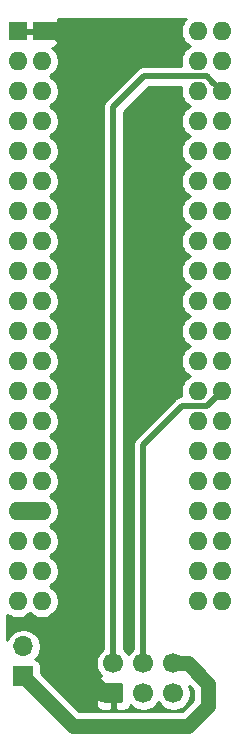
<source format=gbr>
G04 #@! TF.GenerationSoftware,KiCad,Pcbnew,5.1.5+dfsg1-2build2*
G04 #@! TF.CreationDate,2022-03-13T21:18:42-04:00*
G04 #@! TF.ProjectId,vdg_breakout,7664675f-6272-4656-916b-6f75742e6b69,rev?*
G04 #@! TF.SameCoordinates,Original*
G04 #@! TF.FileFunction,Copper,L1,Top*
G04 #@! TF.FilePolarity,Positive*
%FSLAX46Y46*%
G04 Gerber Fmt 4.6, Leading zero omitted, Abs format (unit mm)*
G04 Created by KiCad (PCBNEW 5.1.5+dfsg1-2build2) date 2022-03-13 21:18:42*
%MOMM*%
%LPD*%
G04 APERTURE LIST*
%ADD10R,1.600000X1.600000*%
%ADD11O,1.600000X1.600000*%
%ADD12C,0.100000*%
%ADD13C,1.700000*%
%ADD14R,1.700000X1.700000*%
%ADD15O,1.700000X1.700000*%
%ADD16C,0.800000*%
%ADD17C,1.500000*%
%ADD18C,0.500000*%
%ADD19C,1.250000*%
%ADD20C,0.254000*%
G04 APERTURE END LIST*
D10*
X125000001Y-60625001D03*
D11*
X140240001Y-108885001D03*
X125000001Y-63165001D03*
X140240001Y-106345001D03*
X125000001Y-65705001D03*
X140240001Y-103805001D03*
X125000001Y-68245001D03*
X140240001Y-101265001D03*
X125000001Y-70785001D03*
X140240001Y-98725001D03*
X125000001Y-73325001D03*
X140240001Y-96185001D03*
X125000001Y-75865001D03*
X140240001Y-93645001D03*
X125000001Y-78405001D03*
X140240001Y-91105001D03*
X125000001Y-80945001D03*
X140240001Y-88565001D03*
X125000001Y-83485001D03*
X140240001Y-86025001D03*
X125000001Y-86025001D03*
X140240001Y-83485001D03*
X125000001Y-88565001D03*
X140240001Y-80945001D03*
X125000001Y-91105001D03*
X140240001Y-78405001D03*
X125000001Y-93645001D03*
X140240001Y-75865001D03*
X125000001Y-96185001D03*
X140240001Y-73325001D03*
X125000001Y-98725001D03*
X140240001Y-70785001D03*
X125000001Y-101265001D03*
X140240001Y-68245001D03*
X125000001Y-103805001D03*
X140240001Y-65705001D03*
X125000001Y-106345001D03*
X140240001Y-63165001D03*
X125000001Y-108885001D03*
X140240001Y-60625001D03*
X138215000Y-60625001D03*
X122975000Y-108885001D03*
X138215000Y-63165001D03*
X122975000Y-106345001D03*
X138215000Y-65705001D03*
X122975000Y-103805001D03*
X138215000Y-68245001D03*
X122975000Y-101265001D03*
X138215000Y-70785001D03*
X122975000Y-98725001D03*
X138215000Y-73325001D03*
X122975000Y-96185001D03*
X138215000Y-75865001D03*
X122975000Y-93645001D03*
X138215000Y-78405001D03*
X122975000Y-91105001D03*
X138215000Y-80945001D03*
X122975000Y-88565001D03*
X138215000Y-83485001D03*
X122975000Y-86025001D03*
X138215000Y-86025001D03*
X122975000Y-83485001D03*
X138215000Y-88565001D03*
X122975000Y-80945001D03*
X138215000Y-91105001D03*
X122975000Y-78405001D03*
X138215000Y-93645001D03*
X122975000Y-75865001D03*
X138215000Y-96185001D03*
X122975000Y-73325001D03*
X138215000Y-98725001D03*
X122975000Y-70785001D03*
X138215000Y-101265001D03*
X122975000Y-68245001D03*
X138215000Y-103805001D03*
X122975000Y-65705001D03*
X138215000Y-106345001D03*
X122975000Y-63165001D03*
X138215000Y-108885001D03*
D10*
X122975000Y-60625001D03*
G04 #@! TA.AperFunction,ComponentPad*
D12*
G36*
X131699504Y-115826204D02*
G01*
X131723773Y-115829804D01*
X131747571Y-115835765D01*
X131770671Y-115844030D01*
X131792849Y-115854520D01*
X131813893Y-115867133D01*
X131833598Y-115881747D01*
X131851777Y-115898223D01*
X131868253Y-115916402D01*
X131882867Y-115936107D01*
X131895480Y-115957151D01*
X131905970Y-115979329D01*
X131914235Y-116002429D01*
X131920196Y-116026227D01*
X131923796Y-116050496D01*
X131925000Y-116075000D01*
X131925000Y-117275000D01*
X131923796Y-117299504D01*
X131920196Y-117323773D01*
X131914235Y-117347571D01*
X131905970Y-117370671D01*
X131895480Y-117392849D01*
X131882867Y-117413893D01*
X131868253Y-117433598D01*
X131851777Y-117451777D01*
X131833598Y-117468253D01*
X131813893Y-117482867D01*
X131792849Y-117495480D01*
X131770671Y-117505970D01*
X131747571Y-117514235D01*
X131723773Y-117520196D01*
X131699504Y-117523796D01*
X131675000Y-117525000D01*
X130475000Y-117525000D01*
X130450496Y-117523796D01*
X130426227Y-117520196D01*
X130402429Y-117514235D01*
X130379329Y-117505970D01*
X130357151Y-117495480D01*
X130336107Y-117482867D01*
X130316402Y-117468253D01*
X130298223Y-117451777D01*
X130281747Y-117433598D01*
X130267133Y-117413893D01*
X130254520Y-117392849D01*
X130244030Y-117370671D01*
X130235765Y-117347571D01*
X130229804Y-117323773D01*
X130226204Y-117299504D01*
X130225000Y-117275000D01*
X130225000Y-116075000D01*
X130226204Y-116050496D01*
X130229804Y-116026227D01*
X130235765Y-116002429D01*
X130244030Y-115979329D01*
X130254520Y-115957151D01*
X130267133Y-115936107D01*
X130281747Y-115916402D01*
X130298223Y-115898223D01*
X130316402Y-115881747D01*
X130336107Y-115867133D01*
X130357151Y-115854520D01*
X130379329Y-115844030D01*
X130402429Y-115835765D01*
X130426227Y-115829804D01*
X130450496Y-115826204D01*
X130475000Y-115825000D01*
X131675000Y-115825000D01*
X131699504Y-115826204D01*
G37*
G04 #@! TD.AperFunction*
D13*
X133615000Y-116675000D03*
X136155000Y-116675000D03*
X131075000Y-114135000D03*
X133615000Y-114135000D03*
X136155000Y-114135000D03*
D14*
X123450000Y-115250000D03*
D15*
X123450000Y-112710000D03*
D16*
X135325000Y-71950000D03*
X135525000Y-74350000D03*
X135775000Y-87050000D03*
X128525000Y-95450000D03*
D17*
X130225000Y-116675000D02*
X131075000Y-116675000D01*
X127275000Y-113725000D02*
X130225000Y-116675000D01*
X127275000Y-61425000D02*
X127275000Y-113725000D01*
X126475001Y-60625001D02*
X127275000Y-61425000D01*
X125000001Y-60625001D02*
X126475001Y-60625001D01*
D18*
X133615000Y-112932919D02*
X133615000Y-114135000D01*
X133615000Y-95685000D02*
X133615000Y-112932919D01*
X136925000Y-92375000D02*
X133615000Y-95685000D01*
X138970002Y-92375000D02*
X136925000Y-92375000D01*
X140240001Y-91105001D02*
X138970002Y-92375000D01*
D17*
X122975000Y-101265001D02*
X125000001Y-101265001D01*
D19*
X127625000Y-119425000D02*
X123450000Y-115250000D01*
X139075000Y-117775000D02*
X137425000Y-119425000D01*
X139075000Y-115852919D02*
X139075000Y-117775000D01*
X137425000Y-119425000D02*
X127625000Y-119425000D01*
X137357081Y-114135000D02*
X139075000Y-115852919D01*
X136155000Y-114135000D02*
X137357081Y-114135000D01*
D18*
X139440002Y-64905002D02*
X140240001Y-65705001D01*
X138990000Y-64455000D02*
X139440002Y-64905002D01*
X133695000Y-64455000D02*
X138990000Y-64455000D01*
X131075000Y-67075000D02*
X133695000Y-64455000D01*
X131075000Y-114135000D02*
X131075000Y-67075000D01*
D20*
G36*
X137100363Y-59710242D02*
G01*
X136943320Y-59945274D01*
X136835147Y-60206427D01*
X136780000Y-60483666D01*
X136780000Y-60766336D01*
X136835147Y-61043575D01*
X136943320Y-61304728D01*
X137100363Y-61539760D01*
X137300241Y-61739638D01*
X137532759Y-61895001D01*
X137300241Y-62050364D01*
X137100363Y-62250242D01*
X136943320Y-62485274D01*
X136835147Y-62746427D01*
X136780000Y-63023666D01*
X136780000Y-63306336D01*
X136832447Y-63570000D01*
X133738469Y-63570000D01*
X133695000Y-63565719D01*
X133651531Y-63570000D01*
X133651523Y-63570000D01*
X133521510Y-63582805D01*
X133354686Y-63633411D01*
X133200941Y-63715589D01*
X133099953Y-63798468D01*
X133099951Y-63798470D01*
X133066183Y-63826183D01*
X133038470Y-63859951D01*
X130479951Y-66418471D01*
X130446184Y-66446183D01*
X130418471Y-66479951D01*
X130418468Y-66479954D01*
X130335590Y-66580941D01*
X130253412Y-66734687D01*
X130202805Y-66901510D01*
X130185719Y-67075000D01*
X130190001Y-67118479D01*
X130190000Y-112940344D01*
X130128368Y-112981525D01*
X129921525Y-113188368D01*
X129759010Y-113431589D01*
X129647068Y-113701842D01*
X129590000Y-113988740D01*
X129590000Y-114281260D01*
X129647068Y-114568158D01*
X129759010Y-114838411D01*
X129921525Y-115081632D01*
X130053380Y-115213487D01*
X129980820Y-115235498D01*
X129870506Y-115294463D01*
X129773815Y-115373815D01*
X129694463Y-115470506D01*
X129635498Y-115580820D01*
X129599188Y-115700518D01*
X129586928Y-115825000D01*
X129590000Y-116389250D01*
X129748750Y-116548000D01*
X130948000Y-116548000D01*
X130948000Y-116528000D01*
X131202000Y-116528000D01*
X131202000Y-116548000D01*
X131222000Y-116548000D01*
X131222000Y-116802000D01*
X131202000Y-116802000D01*
X131202000Y-118001250D01*
X131360750Y-118160000D01*
X131925000Y-118163072D01*
X132049482Y-118150812D01*
X132169180Y-118114502D01*
X132279494Y-118055537D01*
X132376185Y-117976185D01*
X132455537Y-117879494D01*
X132514502Y-117769180D01*
X132536513Y-117696620D01*
X132668368Y-117828475D01*
X132911589Y-117990990D01*
X133181842Y-118102932D01*
X133468740Y-118160000D01*
X133761260Y-118160000D01*
X134048158Y-118102932D01*
X134318411Y-117990990D01*
X134561632Y-117828475D01*
X134768475Y-117621632D01*
X134885000Y-117447240D01*
X135001525Y-117621632D01*
X135208368Y-117828475D01*
X135451589Y-117990990D01*
X135721842Y-118102932D01*
X136008740Y-118160000D01*
X136301260Y-118160000D01*
X136588158Y-118102932D01*
X136858411Y-117990990D01*
X137101632Y-117828475D01*
X137308475Y-117621632D01*
X137470990Y-117378411D01*
X137582932Y-117108158D01*
X137640000Y-116821260D01*
X137640000Y-116528740D01*
X137582932Y-116241842D01*
X137512871Y-116072698D01*
X137815000Y-116374828D01*
X137815001Y-117253091D01*
X136903092Y-118165000D01*
X128146909Y-118165000D01*
X127506909Y-117525000D01*
X129586928Y-117525000D01*
X129599188Y-117649482D01*
X129635498Y-117769180D01*
X129694463Y-117879494D01*
X129773815Y-117976185D01*
X129870506Y-118055537D01*
X129980820Y-118114502D01*
X130100518Y-118150812D01*
X130225000Y-118163072D01*
X130789250Y-118160000D01*
X130948000Y-118001250D01*
X130948000Y-116802000D01*
X129748750Y-116802000D01*
X129590000Y-116960750D01*
X129586928Y-117525000D01*
X127506909Y-117525000D01*
X124938072Y-114956164D01*
X124938072Y-114400000D01*
X124925812Y-114275518D01*
X124889502Y-114155820D01*
X124830537Y-114045506D01*
X124751185Y-113948815D01*
X124654494Y-113869463D01*
X124544180Y-113810498D01*
X124471620Y-113788487D01*
X124603475Y-113656632D01*
X124765990Y-113413411D01*
X124877932Y-113143158D01*
X124935000Y-112856260D01*
X124935000Y-112563740D01*
X124877932Y-112276842D01*
X124765990Y-112006589D01*
X124603475Y-111763368D01*
X124396632Y-111556525D01*
X124153411Y-111394010D01*
X123883158Y-111282068D01*
X123596260Y-111225000D01*
X123303740Y-111225000D01*
X123016842Y-111282068D01*
X122746589Y-111394010D01*
X122503368Y-111556525D01*
X122296525Y-111763368D01*
X122134010Y-112006589D01*
X122085000Y-112124910D01*
X122085000Y-110016181D01*
X122295273Y-110156681D01*
X122556426Y-110264854D01*
X122833665Y-110320001D01*
X123116335Y-110320001D01*
X123393574Y-110264854D01*
X123654727Y-110156681D01*
X123889759Y-109999638D01*
X123987501Y-109901897D01*
X124085242Y-109999638D01*
X124320274Y-110156681D01*
X124581427Y-110264854D01*
X124858666Y-110320001D01*
X125141336Y-110320001D01*
X125418575Y-110264854D01*
X125679728Y-110156681D01*
X125914760Y-109999638D01*
X126114638Y-109799760D01*
X126271681Y-109564728D01*
X126379854Y-109303575D01*
X126435001Y-109026336D01*
X126435001Y-108743666D01*
X126379854Y-108466427D01*
X126271681Y-108205274D01*
X126114638Y-107970242D01*
X125914760Y-107770364D01*
X125682242Y-107615001D01*
X125914760Y-107459638D01*
X126114638Y-107259760D01*
X126271681Y-107024728D01*
X126379854Y-106763575D01*
X126435001Y-106486336D01*
X126435001Y-106203666D01*
X126379854Y-105926427D01*
X126271681Y-105665274D01*
X126114638Y-105430242D01*
X125914760Y-105230364D01*
X125682242Y-105075001D01*
X125914760Y-104919638D01*
X126114638Y-104719760D01*
X126271681Y-104484728D01*
X126379854Y-104223575D01*
X126435001Y-103946336D01*
X126435001Y-103663666D01*
X126379854Y-103386427D01*
X126271681Y-103125274D01*
X126114638Y-102890242D01*
X125914760Y-102690364D01*
X125682242Y-102535001D01*
X125914760Y-102379638D01*
X126114638Y-102179760D01*
X126271681Y-101944728D01*
X126379854Y-101683575D01*
X126435001Y-101406336D01*
X126435001Y-101123666D01*
X126379854Y-100846427D01*
X126271681Y-100585274D01*
X126114638Y-100350242D01*
X125914760Y-100150364D01*
X125682242Y-99995001D01*
X125914760Y-99839638D01*
X126114638Y-99639760D01*
X126271681Y-99404728D01*
X126379854Y-99143575D01*
X126435001Y-98866336D01*
X126435001Y-98583666D01*
X126379854Y-98306427D01*
X126271681Y-98045274D01*
X126114638Y-97810242D01*
X125914760Y-97610364D01*
X125682242Y-97455001D01*
X125914760Y-97299638D01*
X126114638Y-97099760D01*
X126271681Y-96864728D01*
X126379854Y-96603575D01*
X126435001Y-96326336D01*
X126435001Y-96043666D01*
X126379854Y-95766427D01*
X126271681Y-95505274D01*
X126114638Y-95270242D01*
X125914760Y-95070364D01*
X125682242Y-94915001D01*
X125914760Y-94759638D01*
X126114638Y-94559760D01*
X126271681Y-94324728D01*
X126379854Y-94063575D01*
X126435001Y-93786336D01*
X126435001Y-93503666D01*
X126379854Y-93226427D01*
X126271681Y-92965274D01*
X126114638Y-92730242D01*
X125914760Y-92530364D01*
X125682242Y-92375001D01*
X125914760Y-92219638D01*
X126114638Y-92019760D01*
X126271681Y-91784728D01*
X126379854Y-91523575D01*
X126435001Y-91246336D01*
X126435001Y-90963666D01*
X126379854Y-90686427D01*
X126271681Y-90425274D01*
X126114638Y-90190242D01*
X125914760Y-89990364D01*
X125682242Y-89835001D01*
X125914760Y-89679638D01*
X126114638Y-89479760D01*
X126271681Y-89244728D01*
X126379854Y-88983575D01*
X126435001Y-88706336D01*
X126435001Y-88423666D01*
X126379854Y-88146427D01*
X126271681Y-87885274D01*
X126114638Y-87650242D01*
X125914760Y-87450364D01*
X125682242Y-87295001D01*
X125914760Y-87139638D01*
X126114638Y-86939760D01*
X126271681Y-86704728D01*
X126379854Y-86443575D01*
X126435001Y-86166336D01*
X126435001Y-85883666D01*
X126379854Y-85606427D01*
X126271681Y-85345274D01*
X126114638Y-85110242D01*
X125914760Y-84910364D01*
X125682242Y-84755001D01*
X125914760Y-84599638D01*
X126114638Y-84399760D01*
X126271681Y-84164728D01*
X126379854Y-83903575D01*
X126435001Y-83626336D01*
X126435001Y-83343666D01*
X126379854Y-83066427D01*
X126271681Y-82805274D01*
X126114638Y-82570242D01*
X125914760Y-82370364D01*
X125682242Y-82215001D01*
X125914760Y-82059638D01*
X126114638Y-81859760D01*
X126271681Y-81624728D01*
X126379854Y-81363575D01*
X126435001Y-81086336D01*
X126435001Y-80803666D01*
X126379854Y-80526427D01*
X126271681Y-80265274D01*
X126114638Y-80030242D01*
X125914760Y-79830364D01*
X125682242Y-79675001D01*
X125914760Y-79519638D01*
X126114638Y-79319760D01*
X126271681Y-79084728D01*
X126379854Y-78823575D01*
X126435001Y-78546336D01*
X126435001Y-78263666D01*
X126379854Y-77986427D01*
X126271681Y-77725274D01*
X126114638Y-77490242D01*
X125914760Y-77290364D01*
X125682242Y-77135001D01*
X125914760Y-76979638D01*
X126114638Y-76779760D01*
X126271681Y-76544728D01*
X126379854Y-76283575D01*
X126435001Y-76006336D01*
X126435001Y-75723666D01*
X126379854Y-75446427D01*
X126271681Y-75185274D01*
X126114638Y-74950242D01*
X125914760Y-74750364D01*
X125682242Y-74595001D01*
X125914760Y-74439638D01*
X126114638Y-74239760D01*
X126271681Y-74004728D01*
X126379854Y-73743575D01*
X126435001Y-73466336D01*
X126435001Y-73183666D01*
X126379854Y-72906427D01*
X126271681Y-72645274D01*
X126114638Y-72410242D01*
X125914760Y-72210364D01*
X125682242Y-72055001D01*
X125914760Y-71899638D01*
X126114638Y-71699760D01*
X126271681Y-71464728D01*
X126379854Y-71203575D01*
X126435001Y-70926336D01*
X126435001Y-70643666D01*
X126379854Y-70366427D01*
X126271681Y-70105274D01*
X126114638Y-69870242D01*
X125914760Y-69670364D01*
X125682242Y-69515001D01*
X125914760Y-69359638D01*
X126114638Y-69159760D01*
X126271681Y-68924728D01*
X126379854Y-68663575D01*
X126435001Y-68386336D01*
X126435001Y-68103666D01*
X126379854Y-67826427D01*
X126271681Y-67565274D01*
X126114638Y-67330242D01*
X125914760Y-67130364D01*
X125682242Y-66975001D01*
X125914760Y-66819638D01*
X126114638Y-66619760D01*
X126271681Y-66384728D01*
X126379854Y-66123575D01*
X126435001Y-65846336D01*
X126435001Y-65563666D01*
X126379854Y-65286427D01*
X126271681Y-65025274D01*
X126114638Y-64790242D01*
X125914760Y-64590364D01*
X125682242Y-64435001D01*
X125914760Y-64279638D01*
X126114638Y-64079760D01*
X126271681Y-63844728D01*
X126379854Y-63583575D01*
X126435001Y-63306336D01*
X126435001Y-63023666D01*
X126379854Y-62746427D01*
X126271681Y-62485274D01*
X126114638Y-62250242D01*
X125916040Y-62051644D01*
X125924483Y-62050813D01*
X126044181Y-62014503D01*
X126154495Y-61955538D01*
X126251186Y-61876186D01*
X126330538Y-61779495D01*
X126389503Y-61669181D01*
X126425813Y-61549483D01*
X126438073Y-61425001D01*
X126435001Y-60910751D01*
X126276251Y-60752001D01*
X125127001Y-60752001D01*
X125127001Y-60772001D01*
X124873001Y-60772001D01*
X124873001Y-60752001D01*
X123102000Y-60752001D01*
X123102000Y-60772001D01*
X122848000Y-60772001D01*
X122848000Y-60752001D01*
X122828000Y-60752001D01*
X122828000Y-60498001D01*
X122848000Y-60498001D01*
X122848000Y-60478001D01*
X123102000Y-60478001D01*
X123102000Y-60498001D01*
X124873001Y-60498001D01*
X124873001Y-60478001D01*
X125127001Y-60478001D01*
X125127001Y-60498001D01*
X126276251Y-60498001D01*
X126435001Y-60339251D01*
X126438073Y-59825001D01*
X126425813Y-59700519D01*
X126398354Y-59610000D01*
X137200605Y-59610000D01*
X137100363Y-59710242D01*
G37*
X137100363Y-59710242D02*
X136943320Y-59945274D01*
X136835147Y-60206427D01*
X136780000Y-60483666D01*
X136780000Y-60766336D01*
X136835147Y-61043575D01*
X136943320Y-61304728D01*
X137100363Y-61539760D01*
X137300241Y-61739638D01*
X137532759Y-61895001D01*
X137300241Y-62050364D01*
X137100363Y-62250242D01*
X136943320Y-62485274D01*
X136835147Y-62746427D01*
X136780000Y-63023666D01*
X136780000Y-63306336D01*
X136832447Y-63570000D01*
X133738469Y-63570000D01*
X133695000Y-63565719D01*
X133651531Y-63570000D01*
X133651523Y-63570000D01*
X133521510Y-63582805D01*
X133354686Y-63633411D01*
X133200941Y-63715589D01*
X133099953Y-63798468D01*
X133099951Y-63798470D01*
X133066183Y-63826183D01*
X133038470Y-63859951D01*
X130479951Y-66418471D01*
X130446184Y-66446183D01*
X130418471Y-66479951D01*
X130418468Y-66479954D01*
X130335590Y-66580941D01*
X130253412Y-66734687D01*
X130202805Y-66901510D01*
X130185719Y-67075000D01*
X130190001Y-67118479D01*
X130190000Y-112940344D01*
X130128368Y-112981525D01*
X129921525Y-113188368D01*
X129759010Y-113431589D01*
X129647068Y-113701842D01*
X129590000Y-113988740D01*
X129590000Y-114281260D01*
X129647068Y-114568158D01*
X129759010Y-114838411D01*
X129921525Y-115081632D01*
X130053380Y-115213487D01*
X129980820Y-115235498D01*
X129870506Y-115294463D01*
X129773815Y-115373815D01*
X129694463Y-115470506D01*
X129635498Y-115580820D01*
X129599188Y-115700518D01*
X129586928Y-115825000D01*
X129590000Y-116389250D01*
X129748750Y-116548000D01*
X130948000Y-116548000D01*
X130948000Y-116528000D01*
X131202000Y-116528000D01*
X131202000Y-116548000D01*
X131222000Y-116548000D01*
X131222000Y-116802000D01*
X131202000Y-116802000D01*
X131202000Y-118001250D01*
X131360750Y-118160000D01*
X131925000Y-118163072D01*
X132049482Y-118150812D01*
X132169180Y-118114502D01*
X132279494Y-118055537D01*
X132376185Y-117976185D01*
X132455537Y-117879494D01*
X132514502Y-117769180D01*
X132536513Y-117696620D01*
X132668368Y-117828475D01*
X132911589Y-117990990D01*
X133181842Y-118102932D01*
X133468740Y-118160000D01*
X133761260Y-118160000D01*
X134048158Y-118102932D01*
X134318411Y-117990990D01*
X134561632Y-117828475D01*
X134768475Y-117621632D01*
X134885000Y-117447240D01*
X135001525Y-117621632D01*
X135208368Y-117828475D01*
X135451589Y-117990990D01*
X135721842Y-118102932D01*
X136008740Y-118160000D01*
X136301260Y-118160000D01*
X136588158Y-118102932D01*
X136858411Y-117990990D01*
X137101632Y-117828475D01*
X137308475Y-117621632D01*
X137470990Y-117378411D01*
X137582932Y-117108158D01*
X137640000Y-116821260D01*
X137640000Y-116528740D01*
X137582932Y-116241842D01*
X137512871Y-116072698D01*
X137815000Y-116374828D01*
X137815001Y-117253091D01*
X136903092Y-118165000D01*
X128146909Y-118165000D01*
X127506909Y-117525000D01*
X129586928Y-117525000D01*
X129599188Y-117649482D01*
X129635498Y-117769180D01*
X129694463Y-117879494D01*
X129773815Y-117976185D01*
X129870506Y-118055537D01*
X129980820Y-118114502D01*
X130100518Y-118150812D01*
X130225000Y-118163072D01*
X130789250Y-118160000D01*
X130948000Y-118001250D01*
X130948000Y-116802000D01*
X129748750Y-116802000D01*
X129590000Y-116960750D01*
X129586928Y-117525000D01*
X127506909Y-117525000D01*
X124938072Y-114956164D01*
X124938072Y-114400000D01*
X124925812Y-114275518D01*
X124889502Y-114155820D01*
X124830537Y-114045506D01*
X124751185Y-113948815D01*
X124654494Y-113869463D01*
X124544180Y-113810498D01*
X124471620Y-113788487D01*
X124603475Y-113656632D01*
X124765990Y-113413411D01*
X124877932Y-113143158D01*
X124935000Y-112856260D01*
X124935000Y-112563740D01*
X124877932Y-112276842D01*
X124765990Y-112006589D01*
X124603475Y-111763368D01*
X124396632Y-111556525D01*
X124153411Y-111394010D01*
X123883158Y-111282068D01*
X123596260Y-111225000D01*
X123303740Y-111225000D01*
X123016842Y-111282068D01*
X122746589Y-111394010D01*
X122503368Y-111556525D01*
X122296525Y-111763368D01*
X122134010Y-112006589D01*
X122085000Y-112124910D01*
X122085000Y-110016181D01*
X122295273Y-110156681D01*
X122556426Y-110264854D01*
X122833665Y-110320001D01*
X123116335Y-110320001D01*
X123393574Y-110264854D01*
X123654727Y-110156681D01*
X123889759Y-109999638D01*
X123987501Y-109901897D01*
X124085242Y-109999638D01*
X124320274Y-110156681D01*
X124581427Y-110264854D01*
X124858666Y-110320001D01*
X125141336Y-110320001D01*
X125418575Y-110264854D01*
X125679728Y-110156681D01*
X125914760Y-109999638D01*
X126114638Y-109799760D01*
X126271681Y-109564728D01*
X126379854Y-109303575D01*
X126435001Y-109026336D01*
X126435001Y-108743666D01*
X126379854Y-108466427D01*
X126271681Y-108205274D01*
X126114638Y-107970242D01*
X125914760Y-107770364D01*
X125682242Y-107615001D01*
X125914760Y-107459638D01*
X126114638Y-107259760D01*
X126271681Y-107024728D01*
X126379854Y-106763575D01*
X126435001Y-106486336D01*
X126435001Y-106203666D01*
X126379854Y-105926427D01*
X126271681Y-105665274D01*
X126114638Y-105430242D01*
X125914760Y-105230364D01*
X125682242Y-105075001D01*
X125914760Y-104919638D01*
X126114638Y-104719760D01*
X126271681Y-104484728D01*
X126379854Y-104223575D01*
X126435001Y-103946336D01*
X126435001Y-103663666D01*
X126379854Y-103386427D01*
X126271681Y-103125274D01*
X126114638Y-102890242D01*
X125914760Y-102690364D01*
X125682242Y-102535001D01*
X125914760Y-102379638D01*
X126114638Y-102179760D01*
X126271681Y-101944728D01*
X126379854Y-101683575D01*
X126435001Y-101406336D01*
X126435001Y-101123666D01*
X126379854Y-100846427D01*
X126271681Y-100585274D01*
X126114638Y-100350242D01*
X125914760Y-100150364D01*
X125682242Y-99995001D01*
X125914760Y-99839638D01*
X126114638Y-99639760D01*
X126271681Y-99404728D01*
X126379854Y-99143575D01*
X126435001Y-98866336D01*
X126435001Y-98583666D01*
X126379854Y-98306427D01*
X126271681Y-98045274D01*
X126114638Y-97810242D01*
X125914760Y-97610364D01*
X125682242Y-97455001D01*
X125914760Y-97299638D01*
X126114638Y-97099760D01*
X126271681Y-96864728D01*
X126379854Y-96603575D01*
X126435001Y-96326336D01*
X126435001Y-96043666D01*
X126379854Y-95766427D01*
X126271681Y-95505274D01*
X126114638Y-95270242D01*
X125914760Y-95070364D01*
X125682242Y-94915001D01*
X125914760Y-94759638D01*
X126114638Y-94559760D01*
X126271681Y-94324728D01*
X126379854Y-94063575D01*
X126435001Y-93786336D01*
X126435001Y-93503666D01*
X126379854Y-93226427D01*
X126271681Y-92965274D01*
X126114638Y-92730242D01*
X125914760Y-92530364D01*
X125682242Y-92375001D01*
X125914760Y-92219638D01*
X126114638Y-92019760D01*
X126271681Y-91784728D01*
X126379854Y-91523575D01*
X126435001Y-91246336D01*
X126435001Y-90963666D01*
X126379854Y-90686427D01*
X126271681Y-90425274D01*
X126114638Y-90190242D01*
X125914760Y-89990364D01*
X125682242Y-89835001D01*
X125914760Y-89679638D01*
X126114638Y-89479760D01*
X126271681Y-89244728D01*
X126379854Y-88983575D01*
X126435001Y-88706336D01*
X126435001Y-88423666D01*
X126379854Y-88146427D01*
X126271681Y-87885274D01*
X126114638Y-87650242D01*
X125914760Y-87450364D01*
X125682242Y-87295001D01*
X125914760Y-87139638D01*
X126114638Y-86939760D01*
X126271681Y-86704728D01*
X126379854Y-86443575D01*
X126435001Y-86166336D01*
X126435001Y-85883666D01*
X126379854Y-85606427D01*
X126271681Y-85345274D01*
X126114638Y-85110242D01*
X125914760Y-84910364D01*
X125682242Y-84755001D01*
X125914760Y-84599638D01*
X126114638Y-84399760D01*
X126271681Y-84164728D01*
X126379854Y-83903575D01*
X126435001Y-83626336D01*
X126435001Y-83343666D01*
X126379854Y-83066427D01*
X126271681Y-82805274D01*
X126114638Y-82570242D01*
X125914760Y-82370364D01*
X125682242Y-82215001D01*
X125914760Y-82059638D01*
X126114638Y-81859760D01*
X126271681Y-81624728D01*
X126379854Y-81363575D01*
X126435001Y-81086336D01*
X126435001Y-80803666D01*
X126379854Y-80526427D01*
X126271681Y-80265274D01*
X126114638Y-80030242D01*
X125914760Y-79830364D01*
X125682242Y-79675001D01*
X125914760Y-79519638D01*
X126114638Y-79319760D01*
X126271681Y-79084728D01*
X126379854Y-78823575D01*
X126435001Y-78546336D01*
X126435001Y-78263666D01*
X126379854Y-77986427D01*
X126271681Y-77725274D01*
X126114638Y-77490242D01*
X125914760Y-77290364D01*
X125682242Y-77135001D01*
X125914760Y-76979638D01*
X126114638Y-76779760D01*
X126271681Y-76544728D01*
X126379854Y-76283575D01*
X126435001Y-76006336D01*
X126435001Y-75723666D01*
X126379854Y-75446427D01*
X126271681Y-75185274D01*
X126114638Y-74950242D01*
X125914760Y-74750364D01*
X125682242Y-74595001D01*
X125914760Y-74439638D01*
X126114638Y-74239760D01*
X126271681Y-74004728D01*
X126379854Y-73743575D01*
X126435001Y-73466336D01*
X126435001Y-73183666D01*
X126379854Y-72906427D01*
X126271681Y-72645274D01*
X126114638Y-72410242D01*
X125914760Y-72210364D01*
X125682242Y-72055001D01*
X125914760Y-71899638D01*
X126114638Y-71699760D01*
X126271681Y-71464728D01*
X126379854Y-71203575D01*
X126435001Y-70926336D01*
X126435001Y-70643666D01*
X126379854Y-70366427D01*
X126271681Y-70105274D01*
X126114638Y-69870242D01*
X125914760Y-69670364D01*
X125682242Y-69515001D01*
X125914760Y-69359638D01*
X126114638Y-69159760D01*
X126271681Y-68924728D01*
X126379854Y-68663575D01*
X126435001Y-68386336D01*
X126435001Y-68103666D01*
X126379854Y-67826427D01*
X126271681Y-67565274D01*
X126114638Y-67330242D01*
X125914760Y-67130364D01*
X125682242Y-66975001D01*
X125914760Y-66819638D01*
X126114638Y-66619760D01*
X126271681Y-66384728D01*
X126379854Y-66123575D01*
X126435001Y-65846336D01*
X126435001Y-65563666D01*
X126379854Y-65286427D01*
X126271681Y-65025274D01*
X126114638Y-64790242D01*
X125914760Y-64590364D01*
X125682242Y-64435001D01*
X125914760Y-64279638D01*
X126114638Y-64079760D01*
X126271681Y-63844728D01*
X126379854Y-63583575D01*
X126435001Y-63306336D01*
X126435001Y-63023666D01*
X126379854Y-62746427D01*
X126271681Y-62485274D01*
X126114638Y-62250242D01*
X125916040Y-62051644D01*
X125924483Y-62050813D01*
X126044181Y-62014503D01*
X126154495Y-61955538D01*
X126251186Y-61876186D01*
X126330538Y-61779495D01*
X126389503Y-61669181D01*
X126425813Y-61549483D01*
X126438073Y-61425001D01*
X126435001Y-60910751D01*
X126276251Y-60752001D01*
X125127001Y-60752001D01*
X125127001Y-60772001D01*
X124873001Y-60772001D01*
X124873001Y-60752001D01*
X123102000Y-60752001D01*
X123102000Y-60772001D01*
X122848000Y-60772001D01*
X122848000Y-60752001D01*
X122828000Y-60752001D01*
X122828000Y-60498001D01*
X122848000Y-60498001D01*
X122848000Y-60478001D01*
X123102000Y-60478001D01*
X123102000Y-60498001D01*
X124873001Y-60498001D01*
X124873001Y-60478001D01*
X125127001Y-60478001D01*
X125127001Y-60498001D01*
X126276251Y-60498001D01*
X126435001Y-60339251D01*
X126438073Y-59825001D01*
X126425813Y-59700519D01*
X126398354Y-59610000D01*
X137200605Y-59610000D01*
X137100363Y-59710242D01*
G36*
X136780000Y-65563666D02*
G01*
X136780000Y-65846336D01*
X136835147Y-66123575D01*
X136943320Y-66384728D01*
X137100363Y-66619760D01*
X137300241Y-66819638D01*
X137532759Y-66975001D01*
X137300241Y-67130364D01*
X137100363Y-67330242D01*
X136943320Y-67565274D01*
X136835147Y-67826427D01*
X136780000Y-68103666D01*
X136780000Y-68386336D01*
X136835147Y-68663575D01*
X136943320Y-68924728D01*
X137100363Y-69159760D01*
X137300241Y-69359638D01*
X137532759Y-69515001D01*
X137300241Y-69670364D01*
X137100363Y-69870242D01*
X136943320Y-70105274D01*
X136835147Y-70366427D01*
X136780000Y-70643666D01*
X136780000Y-70926336D01*
X136835147Y-71203575D01*
X136943320Y-71464728D01*
X137100363Y-71699760D01*
X137300241Y-71899638D01*
X137532759Y-72055001D01*
X137300241Y-72210364D01*
X137100363Y-72410242D01*
X136943320Y-72645274D01*
X136835147Y-72906427D01*
X136780000Y-73183666D01*
X136780000Y-73466336D01*
X136835147Y-73743575D01*
X136943320Y-74004728D01*
X137100363Y-74239760D01*
X137300241Y-74439638D01*
X137532759Y-74595001D01*
X137300241Y-74750364D01*
X137100363Y-74950242D01*
X136943320Y-75185274D01*
X136835147Y-75446427D01*
X136780000Y-75723666D01*
X136780000Y-76006336D01*
X136835147Y-76283575D01*
X136943320Y-76544728D01*
X137100363Y-76779760D01*
X137300241Y-76979638D01*
X137532759Y-77135001D01*
X137300241Y-77290364D01*
X137100363Y-77490242D01*
X136943320Y-77725274D01*
X136835147Y-77986427D01*
X136780000Y-78263666D01*
X136780000Y-78546336D01*
X136835147Y-78823575D01*
X136943320Y-79084728D01*
X137100363Y-79319760D01*
X137300241Y-79519638D01*
X137532759Y-79675001D01*
X137300241Y-79830364D01*
X137100363Y-80030242D01*
X136943320Y-80265274D01*
X136835147Y-80526427D01*
X136780000Y-80803666D01*
X136780000Y-81086336D01*
X136835147Y-81363575D01*
X136943320Y-81624728D01*
X137100363Y-81859760D01*
X137300241Y-82059638D01*
X137532759Y-82215001D01*
X137300241Y-82370364D01*
X137100363Y-82570242D01*
X136943320Y-82805274D01*
X136835147Y-83066427D01*
X136780000Y-83343666D01*
X136780000Y-83626336D01*
X136835147Y-83903575D01*
X136943320Y-84164728D01*
X137100363Y-84399760D01*
X137300241Y-84599638D01*
X137532759Y-84755001D01*
X137300241Y-84910364D01*
X137100363Y-85110242D01*
X136943320Y-85345274D01*
X136835147Y-85606427D01*
X136780000Y-85883666D01*
X136780000Y-86166336D01*
X136835147Y-86443575D01*
X136943320Y-86704728D01*
X137100363Y-86939760D01*
X137300241Y-87139638D01*
X137532759Y-87295001D01*
X137300241Y-87450364D01*
X137100363Y-87650242D01*
X136943320Y-87885274D01*
X136835147Y-88146427D01*
X136780000Y-88423666D01*
X136780000Y-88706336D01*
X136835147Y-88983575D01*
X136943320Y-89244728D01*
X137100363Y-89479760D01*
X137300241Y-89679638D01*
X137532759Y-89835001D01*
X137300241Y-89990364D01*
X137100363Y-90190242D01*
X136943320Y-90425274D01*
X136835147Y-90686427D01*
X136780000Y-90963666D01*
X136780000Y-91246336D01*
X136829488Y-91495125D01*
X136751510Y-91502805D01*
X136584687Y-91553411D01*
X136499283Y-91599060D01*
X136430941Y-91635589D01*
X136329953Y-91718468D01*
X136329951Y-91718470D01*
X136296183Y-91746183D01*
X136268470Y-91779951D01*
X133019956Y-95028466D01*
X132986183Y-95056183D01*
X132875589Y-95190942D01*
X132793411Y-95344688D01*
X132742805Y-95511511D01*
X132730000Y-95641524D01*
X132730000Y-95641531D01*
X132725719Y-95685000D01*
X132730000Y-95728469D01*
X132730001Y-112889433D01*
X132730000Y-112889443D01*
X132730000Y-112940344D01*
X132668368Y-112981525D01*
X132461525Y-113188368D01*
X132345000Y-113362760D01*
X132228475Y-113188368D01*
X132021632Y-112981525D01*
X131960000Y-112940344D01*
X131960000Y-67441578D01*
X134061579Y-65340000D01*
X136824491Y-65340000D01*
X136780000Y-65563666D01*
G37*
X136780000Y-65563666D02*
X136780000Y-65846336D01*
X136835147Y-66123575D01*
X136943320Y-66384728D01*
X137100363Y-66619760D01*
X137300241Y-66819638D01*
X137532759Y-66975001D01*
X137300241Y-67130364D01*
X137100363Y-67330242D01*
X136943320Y-67565274D01*
X136835147Y-67826427D01*
X136780000Y-68103666D01*
X136780000Y-68386336D01*
X136835147Y-68663575D01*
X136943320Y-68924728D01*
X137100363Y-69159760D01*
X137300241Y-69359638D01*
X137532759Y-69515001D01*
X137300241Y-69670364D01*
X137100363Y-69870242D01*
X136943320Y-70105274D01*
X136835147Y-70366427D01*
X136780000Y-70643666D01*
X136780000Y-70926336D01*
X136835147Y-71203575D01*
X136943320Y-71464728D01*
X137100363Y-71699760D01*
X137300241Y-71899638D01*
X137532759Y-72055001D01*
X137300241Y-72210364D01*
X137100363Y-72410242D01*
X136943320Y-72645274D01*
X136835147Y-72906427D01*
X136780000Y-73183666D01*
X136780000Y-73466336D01*
X136835147Y-73743575D01*
X136943320Y-74004728D01*
X137100363Y-74239760D01*
X137300241Y-74439638D01*
X137532759Y-74595001D01*
X137300241Y-74750364D01*
X137100363Y-74950242D01*
X136943320Y-75185274D01*
X136835147Y-75446427D01*
X136780000Y-75723666D01*
X136780000Y-76006336D01*
X136835147Y-76283575D01*
X136943320Y-76544728D01*
X137100363Y-76779760D01*
X137300241Y-76979638D01*
X137532759Y-77135001D01*
X137300241Y-77290364D01*
X137100363Y-77490242D01*
X136943320Y-77725274D01*
X136835147Y-77986427D01*
X136780000Y-78263666D01*
X136780000Y-78546336D01*
X136835147Y-78823575D01*
X136943320Y-79084728D01*
X137100363Y-79319760D01*
X137300241Y-79519638D01*
X137532759Y-79675001D01*
X137300241Y-79830364D01*
X137100363Y-80030242D01*
X136943320Y-80265274D01*
X136835147Y-80526427D01*
X136780000Y-80803666D01*
X136780000Y-81086336D01*
X136835147Y-81363575D01*
X136943320Y-81624728D01*
X137100363Y-81859760D01*
X137300241Y-82059638D01*
X137532759Y-82215001D01*
X137300241Y-82370364D01*
X137100363Y-82570242D01*
X136943320Y-82805274D01*
X136835147Y-83066427D01*
X136780000Y-83343666D01*
X136780000Y-83626336D01*
X136835147Y-83903575D01*
X136943320Y-84164728D01*
X137100363Y-84399760D01*
X137300241Y-84599638D01*
X137532759Y-84755001D01*
X137300241Y-84910364D01*
X137100363Y-85110242D01*
X136943320Y-85345274D01*
X136835147Y-85606427D01*
X136780000Y-85883666D01*
X136780000Y-86166336D01*
X136835147Y-86443575D01*
X136943320Y-86704728D01*
X137100363Y-86939760D01*
X137300241Y-87139638D01*
X137532759Y-87295001D01*
X137300241Y-87450364D01*
X137100363Y-87650242D01*
X136943320Y-87885274D01*
X136835147Y-88146427D01*
X136780000Y-88423666D01*
X136780000Y-88706336D01*
X136835147Y-88983575D01*
X136943320Y-89244728D01*
X137100363Y-89479760D01*
X137300241Y-89679638D01*
X137532759Y-89835001D01*
X137300241Y-89990364D01*
X137100363Y-90190242D01*
X136943320Y-90425274D01*
X136835147Y-90686427D01*
X136780000Y-90963666D01*
X136780000Y-91246336D01*
X136829488Y-91495125D01*
X136751510Y-91502805D01*
X136584687Y-91553411D01*
X136499283Y-91599060D01*
X136430941Y-91635589D01*
X136329953Y-91718468D01*
X136329951Y-91718470D01*
X136296183Y-91746183D01*
X136268470Y-91779951D01*
X133019956Y-95028466D01*
X132986183Y-95056183D01*
X132875589Y-95190942D01*
X132793411Y-95344688D01*
X132742805Y-95511511D01*
X132730000Y-95641524D01*
X132730000Y-95641531D01*
X132725719Y-95685000D01*
X132730000Y-95728469D01*
X132730001Y-112889433D01*
X132730000Y-112889443D01*
X132730000Y-112940344D01*
X132668368Y-112981525D01*
X132461525Y-113188368D01*
X132345000Y-113362760D01*
X132228475Y-113188368D01*
X132021632Y-112981525D01*
X131960000Y-112940344D01*
X131960000Y-67441578D01*
X134061579Y-65340000D01*
X136824491Y-65340000D01*
X136780000Y-65563666D01*
M02*

</source>
